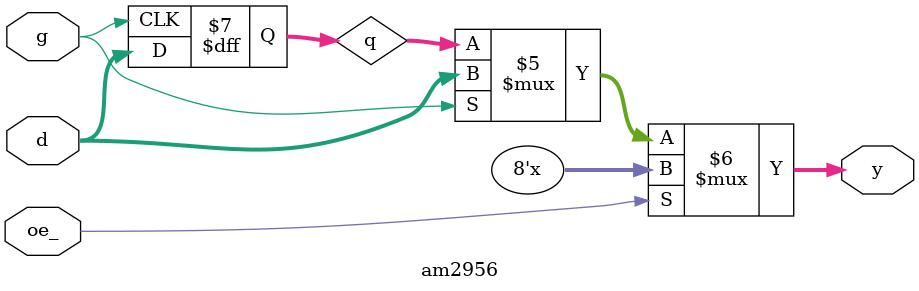
<source format=v>


// am2956 is WIDTH=8

module am2956(d, y, g, oe_);
parameter WIDTH = 8;
input [WIDTH-1:0] d;
output [WIDTH-1:0] y;
input g;
input oe_;

reg [WIDTH-1:0] q;

always @(negedge g)
begin
	if (g == 'b0) begin
		q <= d;
	end
end

assign y = (oe_=='b1) ? {WIDTH{1'bZ}} : 
		   (g=='b1) ? d : q;

endmodule

</source>
